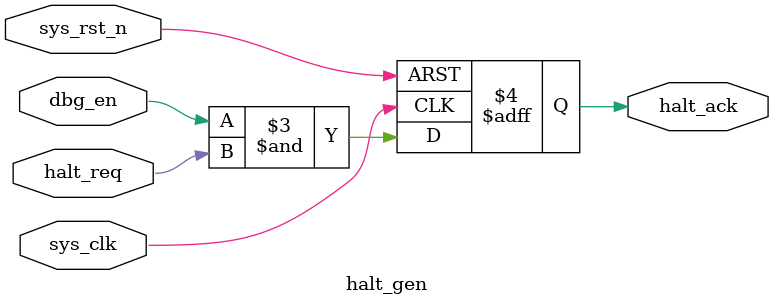
<source format=v>
module halt_gen (sys_clk, sys_rst_n, dbg_en, halt_req, halt_ack);
	//system
	input wire sys_clk, sys_rst_n;


	//giao tiep voi Register
	input wire dbg_en, halt_req;

	output reg halt_ack;

	
	//logic
	always @(posedge sys_clk or negedge sys_rst_n) begin
		if (!sys_rst_n) begin
			halt_ack 	<= 1'b0;
		end else
			halt_ack	<= dbg_en & halt_req;		
	end
endmodule

</source>
